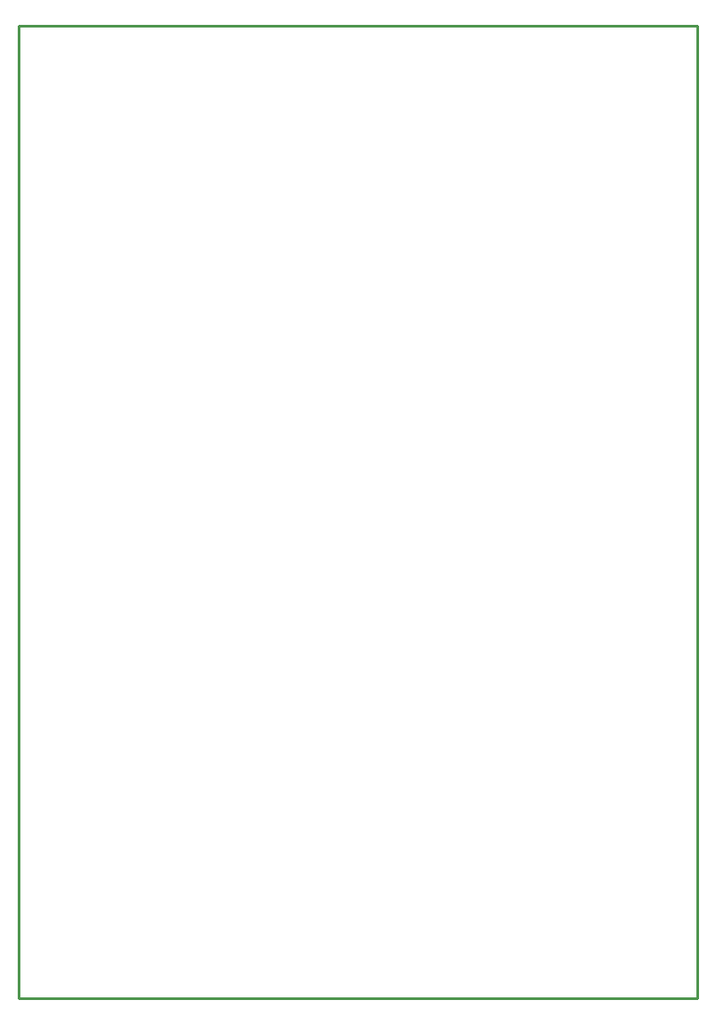
<source format=gko>
G04*
G04 #@! TF.GenerationSoftware,Altium Limited,Altium Designer,22.9.1 (49)*
G04*
G04 Layer_Color=16711935*
%FSLAX25Y25*%
%MOIN*%
G70*
G04*
G04 #@! TF.SameCoordinates,BFF4783A-9A9A-4BA5-AF34-FCE32B05B8FC*
G04*
G04*
G04 #@! TF.FilePolarity,Positive*
G04*
G01*
G75*
%ADD12C,0.01000*%
D12*
X22500Y287500D02*
X277500D01*
Y-77500D02*
Y287500D01*
X22500Y-77500D02*
X277500D01*
X22500D02*
Y287500D01*
M02*

</source>
